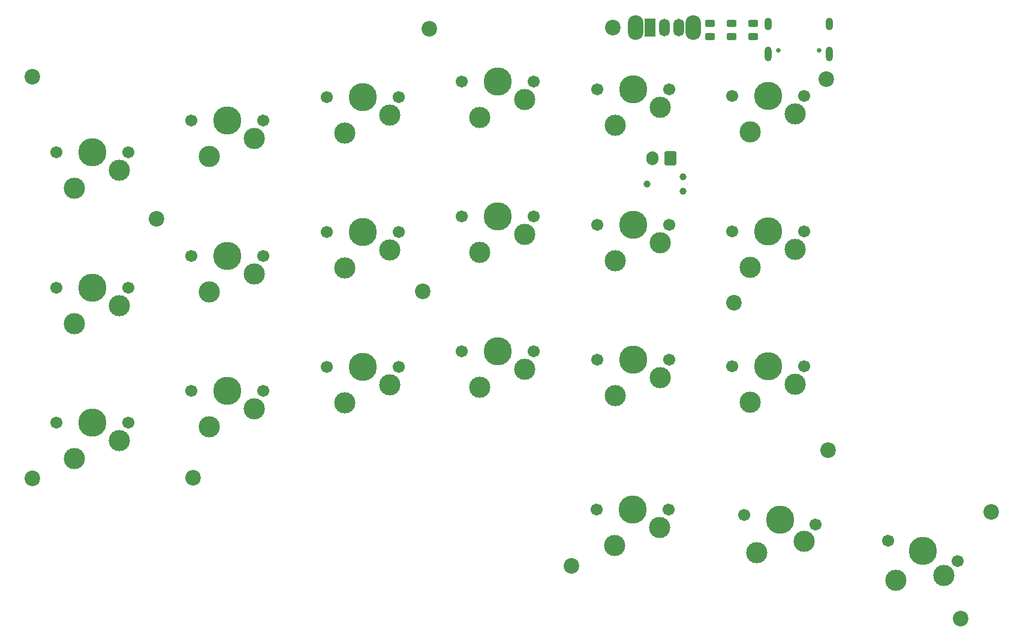
<source format=gts>
%TF.GenerationSoftware,KiCad,Pcbnew,7.99.0-1450-gc37332bdb3*%
%TF.CreationDate,2023-08-19T18:08:07+01:00*%
%TF.ProjectId,benboard,62656e62-6f61-4726-942e-6b696361645f,rev?*%
%TF.SameCoordinates,Original*%
%TF.FileFunction,Soldermask,Top*%
%TF.FilePolarity,Negative*%
%FSLAX46Y46*%
G04 Gerber Fmt 4.6, Leading zero omitted, Abs format (unit mm)*
G04 Created by KiCad (PCBNEW 7.99.0-1450-gc37332bdb3) date 2023-08-19 18:08:07*
%MOMM*%
%LPD*%
G01*
G04 APERTURE LIST*
G04 Aperture macros list*
%AMRoundRect*
0 Rectangle with rounded corners*
0 $1 Rounding radius*
0 $2 $3 $4 $5 $6 $7 $8 $9 X,Y pos of 4 corners*
0 Add a 4 corners polygon primitive as box body*
4,1,4,$2,$3,$4,$5,$6,$7,$8,$9,$2,$3,0*
0 Add four circle primitives for the rounded corners*
1,1,$1+$1,$2,$3*
1,1,$1+$1,$4,$5*
1,1,$1+$1,$6,$7*
1,1,$1+$1,$8,$9*
0 Add four rect primitives between the rounded corners*
20,1,$1+$1,$2,$3,$4,$5,0*
20,1,$1+$1,$4,$5,$6,$7,0*
20,1,$1+$1,$6,$7,$8,$9,0*
20,1,$1+$1,$8,$9,$2,$3,0*%
G04 Aperture macros list end*
%ADD10C,2.200000*%
%ADD11RoundRect,0.250000X0.600000X0.750000X-0.600000X0.750000X-0.600000X-0.750000X0.600000X-0.750000X0*%
%ADD12O,1.700000X2.000000*%
%ADD13O,2.200000X3.500000*%
%ADD14R,1.500000X2.500000*%
%ADD15O,1.500000X2.500000*%
%ADD16C,1.701800*%
%ADD17C,3.000000*%
%ADD18C,3.987800*%
%ADD19RoundRect,0.243750X-0.456250X0.243750X-0.456250X-0.243750X0.456250X-0.243750X0.456250X0.243750X0*%
%ADD20C,0.990600*%
%ADD21C,0.650000*%
%ADD22O,1.000000X1.800000*%
%ADD23O,1.000000X2.100000*%
G04 APERTURE END LIST*
D10*
%TO.C,REF\u002A\u002A*%
X146260000Y-45300000D03*
%TD*%
D11*
%TO.C,J4*%
X154330000Y-63750000D03*
D12*
X151830000Y-63750000D03*
%TD*%
D10*
%TO.C,REF\u002A\u002A*%
X176630000Y-104990000D03*
%TD*%
%TO.C,REF\u002A\u002A*%
X119380000Y-82550000D03*
%TD*%
%TO.C,REF\u002A\u002A*%
X163290000Y-84130000D03*
%TD*%
%TO.C,REF\u002A\u002A*%
X81810000Y-72320000D03*
%TD*%
%TO.C,REF\u002A\u002A*%
X176350000Y-52530000D03*
%TD*%
%TO.C,REF\u002A\u002A*%
X120300000Y-45420000D03*
%TD*%
%TO.C,REF\u002A\u002A*%
X195360000Y-128810000D03*
%TD*%
%TO.C,REF\u002A\u002A*%
X199610000Y-113660000D03*
%TD*%
%TO.C,REF\u002A\u002A*%
X140410000Y-121320000D03*
%TD*%
%TO.C,REF\u002A\u002A*%
X64270000Y-108960000D03*
%TD*%
%TO.C,REF\u002A\u002A*%
X86960000Y-108860000D03*
%TD*%
%TO.C,REF\u002A\u002A*%
X64230000Y-52230000D03*
%TD*%
D13*
%TO.C,SW22*%
X149400000Y-45290000D03*
X157600000Y-45290000D03*
D14*
X151500000Y-45290000D03*
D15*
X153500000Y-45290000D03*
X155500000Y-45290000D03*
%TD*%
D16*
%TO.C,SW16*%
X173201483Y-54964220D03*
D17*
X171931483Y-57504220D03*
D18*
X168121483Y-54964220D03*
D17*
X165581483Y-60044220D03*
D16*
X163041483Y-54964220D03*
%TD*%
%TO.C,SW6*%
X96880000Y-96600000D03*
D17*
X95610000Y-99140000D03*
D18*
X91800000Y-96600000D03*
D17*
X89260000Y-101680000D03*
D16*
X86720000Y-96600000D03*
%TD*%
%TO.C,SW8*%
X115998494Y-74184805D03*
D17*
X114728494Y-76724805D03*
D18*
X110918494Y-74184805D03*
D17*
X108378494Y-79264805D03*
D16*
X105838494Y-74184805D03*
%TD*%
%TO.C,SW5*%
X96879895Y-77541207D03*
D17*
X95609895Y-80081207D03*
D18*
X91799895Y-77541207D03*
D17*
X89259895Y-82621207D03*
D16*
X86719895Y-77541207D03*
%TD*%
%TO.C,SW18*%
X173196830Y-93114347D03*
D17*
X171926830Y-95654347D03*
D18*
X168116830Y-93114347D03*
D17*
X165576830Y-98194347D03*
D16*
X163036830Y-93114347D03*
%TD*%
%TO.C,SW10*%
X135069237Y-52890911D03*
D17*
X133799237Y-55430911D03*
D18*
X129989237Y-52890911D03*
D17*
X127449237Y-57970911D03*
D16*
X124909237Y-52890911D03*
%TD*%
D19*
%TO.C,D2*%
X162950000Y-44692500D03*
X162950000Y-46567500D03*
%TD*%
D16*
%TO.C,SW4*%
X96884653Y-58449873D03*
D17*
X95614653Y-60989873D03*
D18*
X91804653Y-58449873D03*
D17*
X89264653Y-63529873D03*
D16*
X86724653Y-58449873D03*
%TD*%
%TO.C,SW14*%
X154137663Y-73100569D03*
D17*
X152867663Y-75640569D03*
D18*
X149057663Y-73100569D03*
D17*
X146517663Y-78180569D03*
D16*
X143977663Y-73100569D03*
%TD*%
%TO.C,SW9*%
X115998599Y-93243598D03*
D17*
X114728599Y-95783598D03*
D18*
X110918599Y-93243598D03*
D17*
X108378599Y-98323598D03*
D16*
X105838599Y-93243598D03*
%TD*%
%TO.C,SW7*%
X116003252Y-55093471D03*
D17*
X114733252Y-57633471D03*
D18*
X110923252Y-55093471D03*
D17*
X108383252Y-60173471D03*
D16*
X105843252Y-55093471D03*
%TD*%
%TO.C,SW11*%
X135070000Y-71982245D03*
D17*
X133800000Y-74522245D03*
D18*
X129990000Y-71982245D03*
D17*
X127450000Y-77062245D03*
D16*
X124910000Y-71982245D03*
%TD*%
%TO.C,SW19*%
X154115000Y-113400000D03*
D17*
X152845000Y-115940000D03*
D18*
X149035000Y-113400000D03*
D17*
X146495000Y-118480000D03*
D16*
X143955000Y-113400000D03*
%TD*%
%TO.C,SW2*%
X77845000Y-82000000D03*
D17*
X76575000Y-84540000D03*
D18*
X72765000Y-82000000D03*
D17*
X70225000Y-87080000D03*
D16*
X67685000Y-82000000D03*
%TD*%
D19*
%TO.C,D3*%
X159910000Y-44692500D03*
X159910000Y-46567500D03*
%TD*%
D16*
%TO.C,SW15*%
X154137731Y-92151836D03*
D17*
X152867731Y-94691836D03*
D18*
X149057731Y-92151836D03*
D17*
X146517731Y-97231836D03*
D16*
X143977731Y-92151836D03*
%TD*%
%TO.C,SW21*%
X194883208Y-120600237D03*
D17*
X192962287Y-122691782D03*
D18*
X189999999Y-119199999D03*
D17*
X186158157Y-123383090D03*
D16*
X185116790Y-117799761D03*
%TD*%
%TO.C,SW1*%
X77835000Y-62860000D03*
D17*
X76565000Y-65400000D03*
D18*
X72755000Y-62860000D03*
D17*
X70215000Y-67940000D03*
D16*
X67675000Y-62860000D03*
%TD*%
%TO.C,SW20*%
X174830562Y-115506999D03*
D17*
X173219422Y-117845530D03*
D18*
X169800000Y-114800000D03*
D17*
X166577720Y-119477062D03*
D16*
X164769438Y-114093001D03*
%TD*%
%TO.C,SW3*%
X77800000Y-101060000D03*
D17*
X76530000Y-103600000D03*
D18*
X72720000Y-101060000D03*
D17*
X70180000Y-106140000D03*
D16*
X67640000Y-101060000D03*
%TD*%
%TO.C,SW12*%
X135064584Y-91041038D03*
D17*
X133794584Y-93581038D03*
D18*
X129984584Y-91041038D03*
D17*
X127444584Y-96121038D03*
D16*
X124904584Y-91041038D03*
%TD*%
D19*
%TO.C,D1*%
X165990000Y-44692500D03*
X165990000Y-46567500D03*
%TD*%
D16*
%TO.C,SW13*%
X154142421Y-54009235D03*
D17*
X152872421Y-56549235D03*
D18*
X149062421Y-54009235D03*
D17*
X146522421Y-59089235D03*
D16*
X143982421Y-54009235D03*
%TD*%
%TO.C,SW17*%
X173196725Y-74055554D03*
D17*
X171926725Y-76595554D03*
D18*
X168116725Y-74055554D03*
D17*
X165576725Y-79135554D03*
D16*
X163036725Y-74055554D03*
%TD*%
D20*
%TO.C,J3*%
X151030000Y-67400000D03*
X156110000Y-66384000D03*
X156110000Y-68416000D03*
%TD*%
D21*
%TO.C,J1*%
X169590000Y-48470000D03*
X175370000Y-48470000D03*
D22*
X168160000Y-44790000D03*
D23*
X168160000Y-48990000D03*
D22*
X176800000Y-44790000D03*
D23*
X176800000Y-48990000D03*
%TD*%
M02*

</source>
